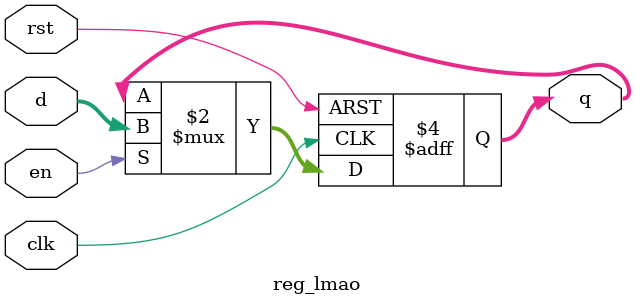
<source format=sv>

module reg_lmao #(
  parameter int width = 32
) (
  input logic clk, rst, en,
  input logic [width - 1 : 0] d,
  output logic [width - 1 : 0] q
);

always_ff @(posedge clk, posedge rst)
begin
  if (rst) begin
    q <= 0;
  end else if (en) begin
    q <= d;
  end
end

endmodule


</source>
